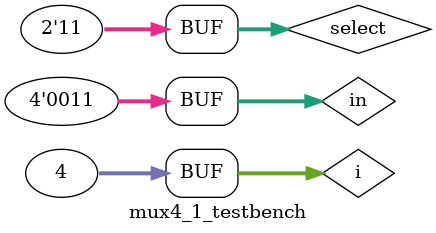
<source format=sv>
module multiplexor4to1(in, out, select);
	input logic [3:0] in;
	input logic [1:0] select;
	output logic out;
	
	logic [1:0] outputs;
	
	multiplexor2to1 m2 (in[1:0] , outputs[0], select[0]);
	multiplexor2to1 m1 (in[3:2], outputs[1], select[0]);
	multiplexor2to1 m3 (outputs, out, select[1]);
	
endmodule

module mux4_1_testbench();     
  logic [3:0]  in;  
  logic [1:0] select;
  logic  out;      
       
  mux4_1 dut (in, out, select);      
     
  integer i;   
  initial begin   
    for(i=0; i<4; i++) begin   
      in[3:0]= i; select[1:0] = i; #10;
    end   
  end   
endmodule   
 
</source>
